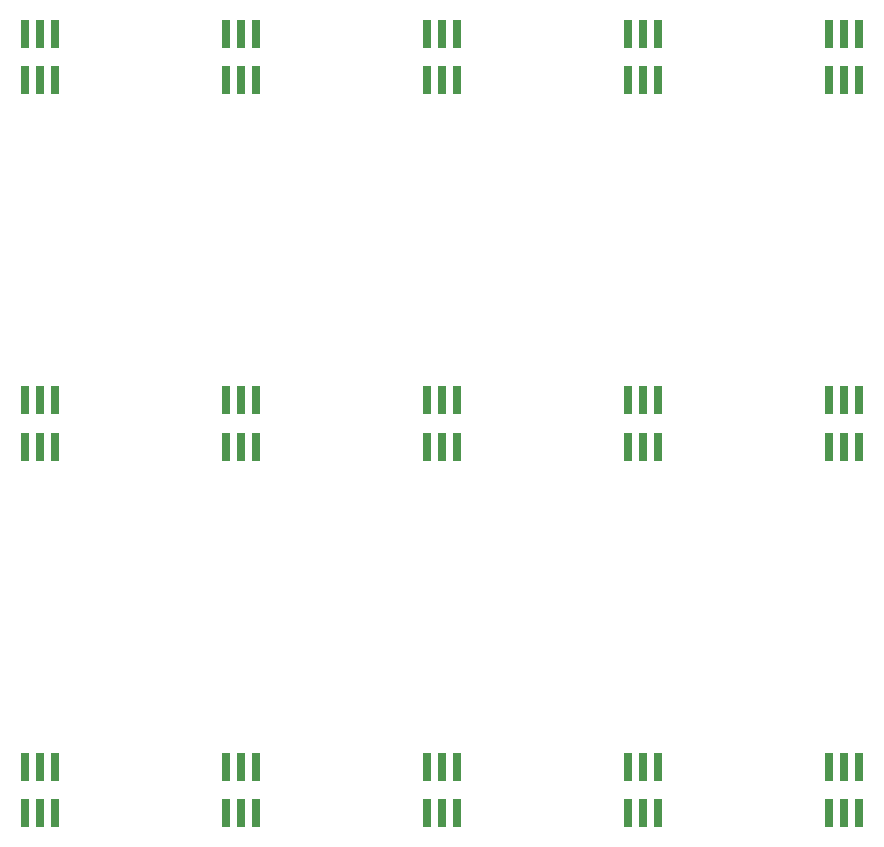
<source format=gbr>
%TF.GenerationSoftware,KiCad,Pcbnew,(7.0.0)*%
%TF.CreationDate,2023-03-26T22:08:02+02:00*%
%TF.ProjectId,PogoProbe 2030,506f676f-5072-46f6-9265-20323033302e,rev?*%
%TF.SameCoordinates,Original*%
%TF.FileFunction,Paste,Top*%
%TF.FilePolarity,Positive*%
%FSLAX46Y46*%
G04 Gerber Fmt 4.6, Leading zero omitted, Abs format (unit mm)*
G04 Created by KiCad (PCBNEW (7.0.0)) date 2023-03-26 22:08:02*
%MOMM*%
%LPD*%
G01*
G04 APERTURE LIST*
%ADD10R,0.740000X2.400000*%
G04 APERTURE END LIST*
D10*
%TO.C,REF\u002A\u002A*%
X178729999Y-119999999D03*
X178729999Y-116099999D03*
X179999999Y-119999999D03*
X179999999Y-116099999D03*
X181269999Y-119999999D03*
X181269999Y-116099999D03*
%TD*%
%TO.C,REF\u002A\u002A*%
X178729999Y-88999998D03*
X178729999Y-85099998D03*
X179999999Y-88999998D03*
X179999999Y-85099998D03*
X181269999Y-88999998D03*
X181269999Y-85099998D03*
%TD*%
%TO.C,REF\u002A\u002A*%
X178729999Y-57999998D03*
X178729999Y-54099998D03*
X179999999Y-57999998D03*
X179999999Y-54099998D03*
X181269999Y-57999998D03*
X181269999Y-54099998D03*
%TD*%
%TO.C,REF\u002A\u002A*%
X161729999Y-119999999D03*
X161729999Y-116099999D03*
X162999999Y-119999999D03*
X162999999Y-116099999D03*
X164269999Y-119999999D03*
X164269999Y-116099999D03*
%TD*%
%TO.C,REF\u002A\u002A*%
X161729999Y-88999998D03*
X161729999Y-85099998D03*
X162999999Y-88999998D03*
X162999999Y-85099998D03*
X164269999Y-88999998D03*
X164269999Y-85099998D03*
%TD*%
%TO.C,REF\u002A\u002A*%
X161729999Y-57999998D03*
X161729999Y-54099998D03*
X162999999Y-57999998D03*
X162999999Y-54099998D03*
X164269999Y-57999998D03*
X164269999Y-54099998D03*
%TD*%
%TO.C,REF\u002A\u002A*%
X144729999Y-119999999D03*
X144729999Y-116099999D03*
X145999999Y-119999999D03*
X145999999Y-116099999D03*
X147269999Y-119999999D03*
X147269999Y-116099999D03*
%TD*%
%TO.C,REF\u002A\u002A*%
X144729999Y-88999998D03*
X144729999Y-85099998D03*
X145999999Y-88999998D03*
X145999999Y-85099998D03*
X147269999Y-88999998D03*
X147269999Y-85099998D03*
%TD*%
%TO.C,REF\u002A\u002A*%
X144729999Y-57999998D03*
X144729999Y-54099998D03*
X145999999Y-57999998D03*
X145999999Y-54099998D03*
X147269999Y-57999998D03*
X147269999Y-54099998D03*
%TD*%
%TO.C,REF\u002A\u002A*%
X127729999Y-119999999D03*
X127729999Y-116099999D03*
X128999999Y-119999999D03*
X128999999Y-116099999D03*
X130269999Y-119999999D03*
X130269999Y-116099999D03*
%TD*%
%TO.C,REF\u002A\u002A*%
X127729999Y-88999998D03*
X127729999Y-85099998D03*
X128999999Y-88999998D03*
X128999999Y-85099998D03*
X130269999Y-88999998D03*
X130269999Y-85099998D03*
%TD*%
%TO.C,REF\u002A\u002A*%
X127729999Y-57999998D03*
X127729999Y-54099998D03*
X128999999Y-57999998D03*
X128999999Y-54099998D03*
X130269999Y-57999998D03*
X130269999Y-54099998D03*
%TD*%
%TO.C,REF\u002A\u002A*%
X113269999Y-54099999D03*
X113269999Y-57999999D03*
X111999999Y-54099999D03*
X111999999Y-57999999D03*
X110729999Y-54099999D03*
X110729999Y-57999999D03*
%TD*%
%TO.C,REF\u002A\u002A*%
X113269999Y-85099999D03*
X113269999Y-88999999D03*
X111999999Y-85099999D03*
X111999999Y-88999999D03*
X110729999Y-85099999D03*
X110729999Y-88999999D03*
%TD*%
%TO.C,REF\u002A\u002A*%
X110729999Y-120000000D03*
X110729999Y-116100000D03*
X111999999Y-120000000D03*
X111999999Y-116100000D03*
X113269999Y-120000000D03*
X113269999Y-116100000D03*
%TD*%
M02*

</source>
